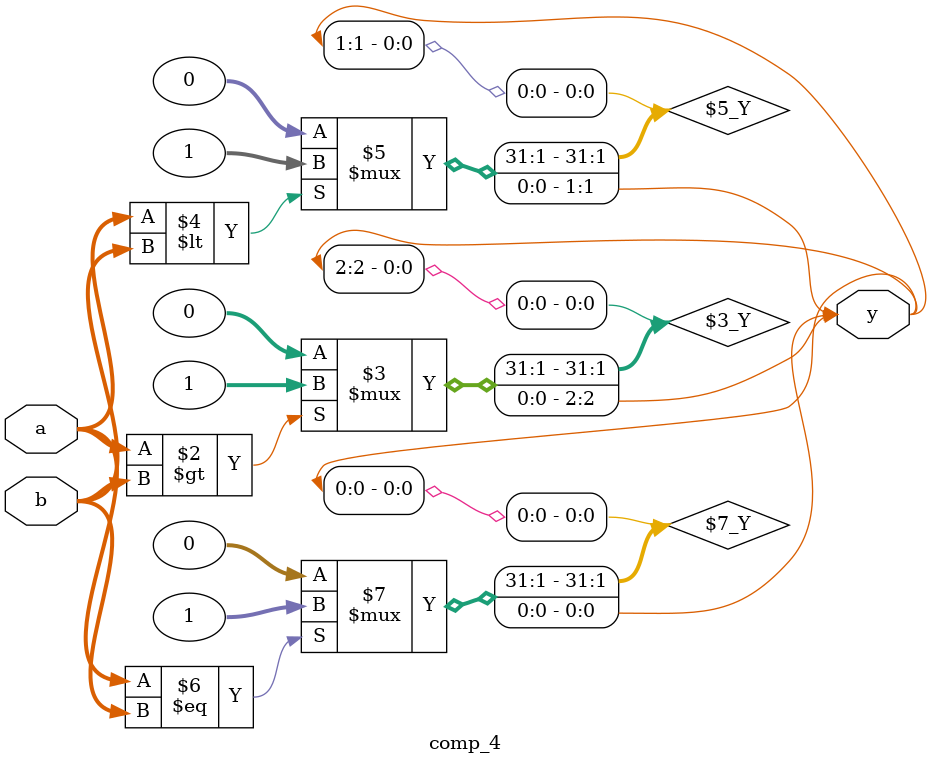
<source format=v>
`timescale 1ns / 1ps
module comp_4(
    input [3:0] a,
    input [3:0] b,
    output reg[2:0]y
    );
	 
	 always @ (a or b)begin
	   y[2]=(a>b)?1:0;
		y[1]=(a<b)?1:0;
		y[0]=(a==b)?1:0;
		end
endmodule

</source>
